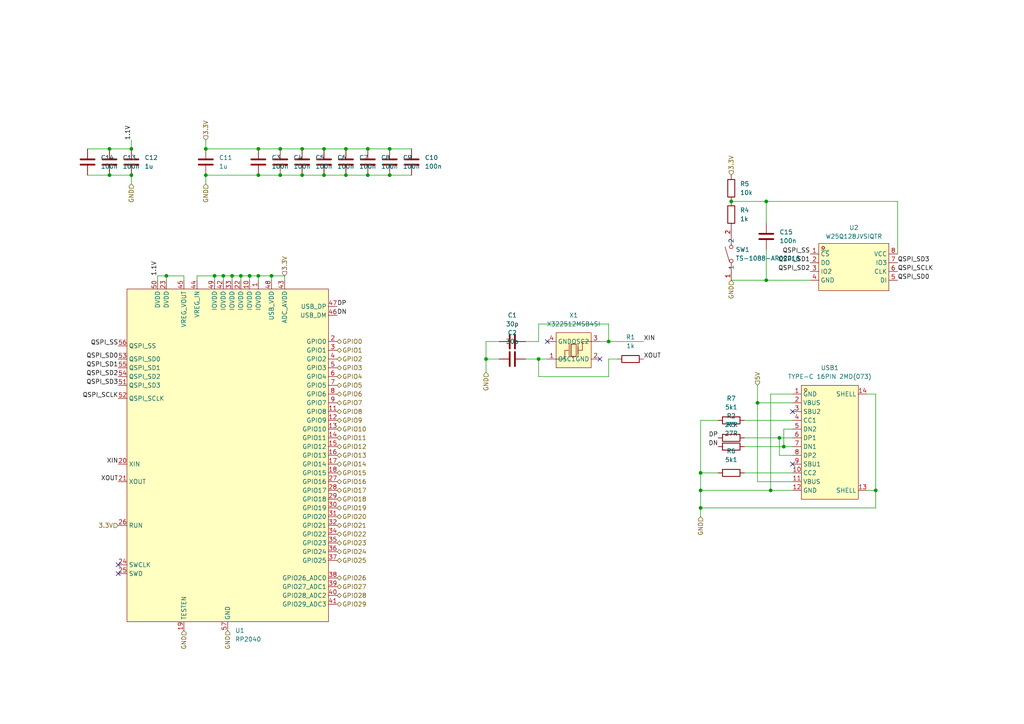
<source format=kicad_sch>
(kicad_sch (version 20250114) (generator "eeschema") (generator_version "9.0")
  (paper "A4")
  (lib_symbols
    (symbol "Device:C" (pin_numbers (hide yes)) (pin_names (offset 0.254))
      (property "Reference" "C" (at 0.635 2.54 0))
      (property "Value" "C" (at 0.635 -2.54 0))
      (symbol "C_0_1"
        (polyline (pts (xy -2.032 0.762) (xy 2.032 0.762)) (stroke (width 0.508)))
        (polyline (pts (xy -2.032 -0.762) (xy 2.032 -0.762)) (stroke (width 0.508)))
      )
      (symbol "C_1_1"
        (pin passive line (at 0 3.81 270) (length 2.794) (name "~") (number "1"))
        (pin passive line (at 0 -3.81 90) (length 2.794) (name "~") (number "2"))
      )
    )
    (symbol "Device:R" (pin_numbers (hide yes)) (pin_names (offset 0))
      (property "Reference" "R" (at 2.032 0 90))
      (property "Value" "R" (at 0 0 90))
      (symbol "R_0_1"
        (rectangle (start -1.016 -2.54) (end 1.016 2.54) (stroke (width 0.254)))
      )
      (symbol "R_1_1"
        (pin passive line (at 0 3.81 270) (length 1.27) (name "~") (number "1"))
        (pin passive line (at 0 -3.81 90) (length 1.27) (name "~") (number "2"))
      )
    )
    (symbol "easyeda2kicad:RP2040"
      (property "Reference" "U" (at 0 58.42 0))
      (property "Value" "RP2040" (at 0 -53.34 0))
      (symbol "RP2040_0_1"
        (rectangle (start -29.21 50.8) (end 29.21 -45.72) (fill (type background)))
        (pin bidirectional line (at -31.75 34.29 0) (length 2.54) (name "QSPI_SS") (number "56"))
        (pin bidirectional line (at -31.75 30.48 0) (length 2.54) (name "QSPI_SD0") (number "53"))
        (pin bidirectional line (at -31.75 27.94 0) (length 2.54) (name "QSPI_SD1") (number "55"))
        (pin bidirectional line (at -31.75 25.4 0) (length 2.54) (name "QSPI_SD2") (number "54"))
        (pin bidirectional line (at -31.75 22.86 0) (length 2.54) (name "QSPI_SD3") (number "51"))
        (pin output line (at -31.75 19.05 0) (length 2.54) (name "QSPI_SCLK") (number "52"))
        (pin input line (at -31.75 0 0) (length 2.54) (name "XIN") (number "20"))
        (pin unspecified line (at -31.75 -5.08 0) (length 2.54) (name "XOUT") (number "21"))
        (pin input line (at -31.75 -17.78 0) (length 2.54) (name "RUN") (number "26"))
        (pin output line (at -31.75 -29.21 0) (length 2.54) (name "SWCLK") (number "24"))
        (pin bidirectional line (at -31.75 -31.75 0) (length 2.54) (name "SWD") (number "25"))
        (pin bidirectional line (at -20.32 53.34 270) (length 2.54) (name "DVDD") (number "50"))
        (pin bidirectional line (at -17.78 53.34 270) (length 2.54) (name "DVDD") (number "23"))
        (pin bidirectional line (at -12.7 53.34 270) (length 2.54) (name "VREG_VOUT") (number "45"))
        (pin unspecified line (at -12.7 -48.26 90) (length 2.54) (name "TESTEN") (number "19"))
        (pin bidirectional line (at -8.89 53.34 270) (length 2.54) (name "VREG_IN") (number "44"))
        (pin bidirectional line (at -3.81 53.34 270) (length 2.54) (name "IOVDD") (number "49"))
        (pin bidirectional line (at -1.27 53.34 270) (length 2.54) (name "IOVDD") (number "42"))
        (pin bidirectional line (at 0 -48.26 90) (length 2.54) (name "GND") (number "57"))
        (pin bidirectional line (at 1.27 53.34 270) (length 2.54) (name "IOVDD") (number "33"))
        (pin bidirectional line (at 3.81 53.34 270) (length 2.54) (name "IOVDD") (number "22"))
        (pin bidirectional line (at 6.35 53.34 270) (length 2.54) (name "IOVDD") (number "10"))
        (pin bidirectional line (at 8.89 53.34 270) (length 2.54) (name "IOVDD") (number "1"))
        (pin bidirectional line (at 12.7 53.34 270) (length 2.54) (name "USB_VDD") (number "48"))
        (pin bidirectional line (at 16.51 53.34 270) (length 2.54) (name "ADC_AVDD") (number "43"))
        (pin bidirectional line (at 31.75 45.72 180) (length 2.54) (name "USB_DP") (number "47"))
        (pin bidirectional line (at 31.75 43.18 180) (length 2.54) (name "USB_DM") (number "46"))
        (pin bidirectional line (at 31.75 35.56 180) (length 2.54) (name "GPIO0") (number "2"))
        (pin bidirectional line (at 31.75 33.02 180) (length 2.54) (name "GPIO1") (number "3"))
        (pin bidirectional line (at 31.75 30.48 180) (length 2.54) (name "GPIO2") (number "4"))
        (pin bidirectional line (at 31.75 27.94 180) (length 2.54) (name "GPIO3") (number "5"))
        (pin bidirectional line (at 31.75 25.4 180) (length 2.54) (name "GPIO4") (number "6"))
        (pin bidirectional line (at 31.75 22.86 180) (length 2.54) (name "GPIO5") (number "7"))
        (pin bidirectional line (at 31.75 20.32 180) (length 2.54) (name "GPIO6") (number "8"))
        (pin bidirectional line (at 31.75 17.78 180) (length 2.54) (name "GPIO7") (number "9"))
        (pin bidirectional line (at 31.75 15.24 180) (length 2.54) (name "GPIO8") (number "11"))
        (pin bidirectional line (at 31.75 12.7 180) (length 2.54) (name "GPIO9") (number "12"))
        (pin bidirectional line (at 31.75 10.16 180) (length 2.54) (name "GPIO10") (number "13"))
        (pin bidirectional line (at 31.75 7.62 180) (length 2.54) (name "GPIO11") (number "14"))
        (pin bidirectional line (at 31.75 5.08 180) (length 2.54) (name "GPIO12") (number "15"))
        (pin bidirectional line (at 31.75 2.54 180) (length 2.54) (name "GPIO13") (number "16"))
        (pin bidirectional line (at 31.75 0 180) (length 2.54) (name "GPIO14") (number "17"))
        (pin bidirectional line (at 31.75 -2.54 180) (length 2.54) (name "GPIO15") (number "18"))
        (pin bidirectional line (at 31.75 -5.08 180) (length 2.54) (name "GPIO16") (number "27"))
        (pin bidirectional line (at 31.75 -7.62 180) (length 2.54) (name "GPIO17") (number "28"))
        (pin bidirectional line (at 31.75 -10.16 180) (length 2.54) (name "GPIO18") (number "29"))
        (pin bidirectional line (at 31.75 -12.7 180) (length 2.54) (name "GPIO19") (number "30"))
        (pin bidirectional line (at 31.75 -15.24 180) (length 2.54) (name "GPIO20") (number "31"))
        (pin bidirectional line (at 31.75 -17.78 180) (length 2.54) (name "GPIO21") (number "32"))
        (pin bidirectional line (at 31.75 -20.32 180) (length 2.54) (name "GPIO22") (number "34"))
        (pin bidirectional line (at 31.75 -22.86 180) (length 2.54) (name "GPIO23") (number "35"))
        (pin bidirectional line (at 31.75 -25.4 180) (length 2.54) (name "GPIO24") (number "36"))
        (pin bidirectional line (at 31.75 -27.94 180) (length 2.54) (name "GPIO25") (number "37"))
        (pin bidirectional line (at 31.75 -33.02 180) (length 2.54) (name "GPIO26_ADC0") (number "38"))
        (pin bidirectional line (at 31.75 -35.56 180) (length 2.54) (name "GPIO27_ADC1") (number "39"))
        (pin bidirectional line (at 31.75 -38.1 180) (length 2.54) (name "GPIO28_ADC2") (number "40"))
        (pin bidirectional line (at 31.75 -40.64 180) (length 2.54) (name "GPIO29_ADC3") (number "41"))
      )
    )
    (symbol "easyeda2kicad:TS-1088-AR02016"
      (property "Reference" "SW" (at 0 5.08 0))
      (property "Value" "TS-1088-AR02016" (at 0 -5.08 0))
      (symbol "TS-1088-AR02016_0_1"
        (polyline (pts (xy -5.08 0) (xy -2.54 0)))
        (polyline (pts (xy -2.29 0.51) (xy 2.03 1.78)))
        (circle (center -2.03 0) (radius 0.51))
        (circle (center 2.03 0) (radius 0.51))
        (polyline (pts (xy 5.08 0) (xy 2.54 0)))
        (pin unspecified line (at -7.62 0 0) (length 2.54) (name "1") (number "1"))
        (pin unspecified line (at 7.62 0 180) (length 2.54) (name "2") (number "2"))
      )
    )
    (symbol "easyeda2kicad:TYPE-C16PIN2MD(073)"
      (property "Reference" "USB" (at 0 19.05 0))
      (property "Value" "TYPE-C 16PIN 2MD(073)" (at 0 -19.05 0))
      (symbol "TYPE-C16PIN2MD(073)_0_1"
        (rectangle (start -8.89 16.51) (end 7.62 -16.51) (fill (type background)))
        (circle (center -7.62 15.24) (radius 0.38))
        (pin unspecified line (at -11.43 13.97 0) (length 2.54) (name "GND") (number "1"))
        (pin unspecified line (at -11.43 11.43 0) (length 2.54) (name "VBUS") (number "2"))
        (pin unspecified line (at -11.43 8.89 0) (length 2.54) (name "SBU2") (number "3"))
        (pin unspecified line (at -11.43 6.35 0) (length 2.54) (name "CC1") (number "4"))
        (pin unspecified line (at -11.43 3.81 0) (length 2.54) (name "DN2") (number "5"))
        (pin unspecified line (at -11.43 1.27 0) (length 2.54) (name "DP1") (number "6"))
        (pin unspecified line (at -11.43 -1.27 0) (length 2.54) (name "DN1") (number "7"))
        (pin unspecified line (at -11.43 -3.81 0) (length 2.54) (name "DP2") (number "8"))
        (pin unspecified line (at -11.43 -6.35 0) (length 2.54) (name "SBU1") (number "9"))
        (pin unspecified line (at -11.43 -8.89 0) (length 2.54) (name "CC2") (number "10"))
        (pin unspecified line (at -11.43 -11.43 0) (length 2.54) (name "VBUS") (number "11"))
        (pin unspecified line (at -11.43 -13.97 0) (length 2.54) (name "GND") (number "12"))
        (pin unspecified line (at 10.16 13.97 180) (length 2.54) (name "SHELL") (number "14"))
        (pin unspecified line (at 10.16 -13.97 180) (length 2.54) (name "SHELL") (number "13"))
      )
    )
    (symbol "easyeda2kicad:W25Q128JVSIQTR"
      (property "Reference" "U" (at 0 8.89 0))
      (property "Value" "W25Q128JVSIQTR" (at 0 -8.89 0))
      (symbol "W25Q128JVSIQTR_0_1"
        (rectangle (start -10.16 6.86) (end 10.16 -6.86) (fill (type background)))
        (circle (center -8.89 5.59) (radius 0.38))
        (circle (center -8.89 5.59) (radius 0.38))
        (pin unspecified line (at -12.7 3.81 0) (length 2.54) (name "~{CS}") (number "1"))
        (pin unspecified line (at -12.7 1.27 0) (length 2.54) (name "DO") (number "2"))
        (pin unspecified line (at -12.7 -1.27 0) (length 2.54) (name "IO2") (number "3"))
        (pin unspecified line (at -12.7 -3.81 0) (length 2.54) (name "GND") (number "4"))
        (pin unspecified line (at 12.7 3.81 180) (length 2.54) (name "VCC") (number "8"))
        (pin unspecified line (at 12.7 1.27 180) (length 2.54) (name "IO3") (number "7"))
        (pin unspecified line (at 12.7 -1.27 180) (length 2.54) (name "CLK") (number "6"))
        (pin unspecified line (at 12.7 -3.81 180) (length 2.54) (name "DI") (number "5"))
      )
    )
    (symbol "easyeda2kicad:X322512MSB4SI"
      (property "Reference" "X" (at 0 7.62 0))
      (property "Value" "X322512MSB4SI" (at 0 -7.62 0))
      (symbol "X322512MSB4SI_0_1"
        (rectangle (start -5.08 5.08) (end 5.08 -5.08) (fill (type background)))
        (polyline (pts (xy -5.08 -2.54) (xy -2.54 -2.54) (xy -2.54 0) (xy -1.52 0)))
        (polyline (pts (xy -1.27 -1.02) (xy -1.27 1.02)))
        (polyline (pts (xy -1.27 -1.78) (xy -1.27 1.78)))
        (polyline (pts (xy -0.76 -1.78) (xy -0.76 1.78) (xy 0.76 1.78) (xy 0.76 -1.78)))
        (polyline (pts (xy 0.76 1.78) (xy 0.76 -1.78) (xy -0.76 -1.78) (xy -0.76 1.78) (xy 0.76 1.78)) (fill (type background)))
        (polyline (pts (xy 0.76 -1.78) (xy -0.76 -1.78)))
        (polyline (pts (xy 1.27 -1.02) (xy 1.27 1.02)))
        (polyline (pts (xy 1.27 -1.78) (xy 1.27 1.78)))
        (polyline (pts (xy 5.08 2.54) (xy 2.54 2.54) (xy 2.54 0) (xy 1.52 0)))
        (pin unspecified line (at -7.62 2.54 0) (length 2.54) (name "GND") (number "4"))
        (pin unspecified line (at -7.62 -2.54 0) (length 2.54) (name "OSC1") (number "1"))
        (pin unspecified line (at 7.62 2.54 180) (length 2.54) (name "OSC2") (number "3"))
        (pin unspecified line (at 7.62 -2.54 180) (length 2.54) (name "GND") (number "2"))
      )
    )
  )
  (junction (at 212.09 58.42))
  (junction (at 74.93 80.01))
  (junction (at 67.31 80.01))
  (junction (at 64.77 80.01))
  (junction (at 87.63 43.18))
  (junction (at 222.25 58.42))
  (junction (at 106.68 43.18))
  (junction (at 48.26 80.01))
  (junction (at 38.1 50.8))
  (junction (at 74.93 43.18))
  (junction (at 227.33 129.54))
  (junction (at 106.68 50.8))
  (junction (at 140.97 104.14))
  (junction (at 223.52 142.24))
  (junction (at 203.2 147.32))
  (junction (at 72.39 80.01))
  (junction (at 78.74 80.01))
  (junction (at 74.93 50.8))
  (junction (at 93.98 43.18))
  (junction (at 31.75 43.18))
  (junction (at 254 142.24))
  (junction (at 222.25 81.28))
  (junction (at 59.69 50.8))
  (junction (at 203.2 137.16))
  (junction (at 31.75 50.8))
  (junction (at 93.98 50.8))
  (junction (at 81.28 43.18))
  (junction (at 59.69 43.18))
  (junction (at 69.85 80.01))
  (junction (at 219.71 116.84))
  (junction (at 81.28 50.8))
  (junction (at 203.2 142.24))
  (junction (at 87.63 50.8))
  (junction (at 38.1 43.18))
  (junction (at 113.03 43.18))
  (junction (at 100.33 43.18))
  (junction (at 226.06 127))
  (junction (at 176.53 99.06))
  (junction (at 156.21 104.14))
  (junction (at 100.33 50.8))
  (junction (at 113.03 50.8))
  (junction (at 62.23 80.01))
  (no_connect (at 34.29 166.37))
  (no_connect (at 34.29 163.83))
  (no_connect (at 229.87 119.38))
  (no_connect (at 229.87 134.62))
  (no_connect (at 173.99 104.14))
  (no_connect (at 158.75 99.06))
  (wire (pts (xy 87.63 50.8) (xy 93.98 50.8)))
  (wire (pts (xy 212.09 81.28) (xy 222.25 81.28)))
  (wire (pts (xy 156.21 99.06) (xy 152.4 99.06)))
  (wire (pts (xy 215.9 127) (xy 226.06 127)))
  (wire (pts (xy 222.25 72.39) (xy 222.25 81.28)))
  (wire (pts (xy 219.71 116.84) (xy 219.71 111.76)))
  (wire (pts (xy 203.2 137.16) (xy 208.28 137.16)))
  (wire (pts (xy 229.87 114.3) (xy 223.52 114.3)))
  (wire (pts (xy 38.1 53.34) (xy 38.1 50.8)))
  (wire (pts (xy 74.93 50.8) (xy 81.28 50.8)))
  (wire (pts (xy 156.21 104.14) (xy 152.4 104.14)))
  (wire (pts (xy 31.75 43.18) (xy 38.1 43.18)))
  (wire (pts (xy 176.53 99.06) (xy 186.69 99.06)))
  (wire (pts (xy 226.06 127) (xy 229.87 127)))
  (wire (pts (xy 208.28 121.92) (xy 203.2 121.92)))
  (wire (pts (xy 222.25 58.42) (xy 222.25 64.77)))
  (wire (pts (xy 53.34 81.28) (xy 53.34 80.01)))
  (wire (pts (xy 179.07 104.14) (xy 176.53 104.14)))
  (wire (pts (xy 67.31 80.01) (xy 67.31 81.28)))
  (wire (pts (xy 176.53 104.14) (xy 176.53 109.22)))
  (wire (pts (xy 78.74 80.01) (xy 82.55 80.01)))
  (wire (pts (xy 62.23 80.01) (xy 64.77 80.01)))
  (wire (pts (xy 81.28 43.18) (xy 87.63 43.18)))
  (wire (pts (xy 203.2 147.32) (xy 203.2 149.86)))
  (wire (pts (xy 229.87 132.08) (xy 226.06 132.08)))
  (wire (pts (xy 156.21 93.98) (xy 176.53 93.98)))
  (wire (pts (xy 251.46 142.24) (xy 254 142.24)))
  (wire (pts (xy 93.98 50.8) (xy 100.33 50.8)))
  (wire (pts (xy 59.69 50.8) (xy 74.93 50.8)))
  (wire (pts (xy 81.28 50.8) (xy 87.63 50.8)))
  (wire (pts (xy 38.1 40.64) (xy 38.1 43.18)))
  (wire (pts (xy 53.34 80.01) (xy 48.26 80.01)))
  (wire (pts (xy 140.97 104.14) (xy 140.97 107.95)))
  (wire (pts (xy 215.9 137.16) (xy 229.87 137.16)))
  (wire (pts (xy 226.06 132.08) (xy 226.06 127)))
  (wire (pts (xy 219.71 116.84) (xy 229.87 116.84)))
  (wire (pts (xy 113.03 43.18) (xy 119.38 43.18)))
  (wire (pts (xy 176.53 93.98) (xy 176.53 99.06)))
  (wire (pts (xy 64.77 80.01) (xy 64.77 81.28)))
  (wire (pts (xy 156.21 104.14) (xy 158.75 104.14)))
  (wire (pts (xy 215.9 121.92) (xy 229.87 121.92)))
  (wire (pts (xy 82.55 80.01) (xy 82.55 81.28)))
  (wire (pts (xy 223.52 114.3) (xy 223.52 142.24)))
  (wire (pts (xy 260.35 73.66) (xy 260.35 58.42)))
  (wire (pts (xy 100.33 43.18) (xy 106.68 43.18)))
  (wire (pts (xy 106.68 50.8) (xy 113.03 50.8)))
  (wire (pts (xy 144.78 104.14) (xy 140.97 104.14)))
  (wire (pts (xy 260.35 58.42) (xy 222.25 58.42)))
  (wire (pts (xy 144.78 99.06) (xy 140.97 99.06)))
  (wire (pts (xy 100.33 50.8) (xy 106.68 50.8)))
  (wire (pts (xy 223.52 142.24) (xy 229.87 142.24)))
  (wire (pts (xy 222.25 58.42) (xy 212.09 58.42)))
  (wire (pts (xy 25.4 43.18) (xy 31.75 43.18)))
  (wire (pts (xy 203.2 121.92) (xy 203.2 137.16)))
  (wire (pts (xy 74.93 80.01) (xy 78.74 80.01)))
  (wire (pts (xy 140.97 99.06) (xy 140.97 104.14)))
  (wire (pts (xy 227.33 124.46) (xy 227.33 129.54)))
  (wire (pts (xy 254 114.3) (xy 254 142.24)))
  (wire (pts (xy 156.21 99.06) (xy 156.21 93.98)))
  (wire (pts (xy 64.77 80.01) (xy 67.31 80.01)))
  (wire (pts (xy 222.25 81.28) (xy 234.95 81.28)))
  (wire (pts (xy 31.75 50.8) (xy 38.1 50.8)))
  (wire (pts (xy 45.72 80.01) (xy 48.26 80.01)))
  (wire (pts (xy 173.99 99.06) (xy 176.53 99.06)))
  (wire (pts (xy 59.69 50.8) (xy 59.69 53.34)))
  (wire (pts (xy 59.69 40.64) (xy 59.69 43.18)))
  (wire (pts (xy 251.46 114.3) (xy 254 114.3)))
  (wire (pts (xy 93.98 43.18) (xy 100.33 43.18)))
  (wire (pts (xy 203.2 142.24) (xy 223.52 142.24)))
  (wire (pts (xy 74.93 80.01) (xy 74.93 81.28)))
  (wire (pts (xy 254 147.32) (xy 203.2 147.32)))
  (wire (pts (xy 203.2 142.24) (xy 203.2 147.32)))
  (wire (pts (xy 57.15 81.28) (xy 57.15 80.01)))
  (wire (pts (xy 87.63 43.18) (xy 93.98 43.18)))
  (wire (pts (xy 215.9 129.54) (xy 227.33 129.54)))
  (wire (pts (xy 25.4 50.8) (xy 31.75 50.8)))
  (wire (pts (xy 229.87 139.7) (xy 219.71 139.7)))
  (wire (pts (xy 57.15 80.01) (xy 62.23 80.01)))
  (wire (pts (xy 69.85 80.01) (xy 69.85 81.28)))
  (wire (pts (xy 69.85 80.01) (xy 72.39 80.01)))
  (wire (pts (xy 176.53 109.22) (xy 156.21 109.22)))
  (wire (pts (xy 67.31 80.01) (xy 69.85 80.01)))
  (wire (pts (xy 113.03 50.8) (xy 119.38 50.8)))
  (wire (pts (xy 72.39 80.01) (xy 72.39 81.28)))
  (wire (pts (xy 254 142.24) (xy 254 147.32)))
  (wire (pts (xy 72.39 80.01) (xy 74.93 80.01)))
  (wire (pts (xy 229.87 124.46) (xy 227.33 124.46)))
  (wire (pts (xy 219.71 139.7) (xy 219.71 116.84)))
  (wire (pts (xy 59.69 43.18) (xy 74.93 43.18)))
  (wire (pts (xy 74.93 43.18) (xy 81.28 43.18)))
  (wire (pts (xy 62.23 80.01) (xy 62.23 81.28)))
  (wire (pts (xy 156.21 109.22) (xy 156.21 104.14)))
  (wire (pts (xy 48.26 80.01) (xy 48.26 81.28)))
  (wire (pts (xy 106.68 43.18) (xy 113.03 43.18)))
  (wire (pts (xy 45.72 80.01) (xy 45.72 81.28)))
  (wire (pts (xy 227.33 129.54) (xy 229.87 129.54)))
  (wire (pts (xy 78.74 80.01) (xy 78.74 81.28)))
  (wire (pts (xy 203.2 137.16) (xy 203.2 142.24)))
  (label "QSPI_SD3" (at 260.35 76.2 0))
  (label "XOUT" (at 34.29 139.7 180))
  (label "QSPI_SCLK" (at 260.35 78.74 0))
  (label "1.1V" (at 38.1 40.64 90))
  (label "QSPI_SS" (at 234.95 73.66 180))
  (label "QSPI_SCLK" (at 34.29 115.57 180))
  (label "QSPI_SS" (at 34.29 100.33 180))
  (label "QSPI_SD1" (at 34.29 106.68 180))
  (label "DP" (at 208.28 127 180))
  (label "DP" (at 97.79 88.9 0))
  (label "DN" (at 208.28 129.54 180))
  (label "XIN" (at 186.69 99.06 0))
  (label "XIN" (at 34.29 134.62 180))
  (label "QSPI_SD0" (at 34.29 104.14 180))
  (label "DN" (at 97.79 91.44 0))
  (label "QSPI_SD0" (at 260.35 81.28 0))
  (label "QSPI_SD1" (at 234.95 76.2 180))
  (label "1.1V" (at 45.72 80.01 90))
  (label "QSPI_SD2" (at 234.95 78.74 180))
  (label "QSPI_SD2" (at 34.29 109.22 180))
  (label "QSPI_SD3" (at 34.29 111.76 180))
  (label "XOUT" (at 186.69 104.14 0))
  (hierarchical_label "GND" (shape input) (at 66.04 182.88 270))
  (hierarchical_label "GPIO20" (shape bidirectional) (at 97.79 149.86 0))
  (hierarchical_label "GPIO2" (shape bidirectional) (at 97.79 104.14 0))
  (hierarchical_label "GPIO15" (shape bidirectional) (at 97.79 137.16 0))
  (hierarchical_label "GND" (shape input) (at 140.97 107.95 270))
  (hierarchical_label "GPIO1" (shape bidirectional) (at 97.79 101.6 0))
  (hierarchical_label "GPIO4" (shape bidirectional) (at 97.79 109.22 0))
  (hierarchical_label "3.3V" (shape input) (at 82.55 80.01 90))
  (hierarchical_label "3.3V" (shape input) (at 212.09 50.8 90))
  (hierarchical_label "GND" (shape input) (at 53.34 182.88 270))
  (hierarchical_label "GPIO5" (shape bidirectional) (at 97.79 111.76 0))
  (hierarchical_label "GPIO14" (shape bidirectional) (at 97.79 134.62 0))
  (hierarchical_label "GPIO23" (shape bidirectional) (at 97.79 157.48 0))
  (hierarchical_label "GPIO22" (shape bidirectional) (at 97.79 154.94 0))
  (hierarchical_label "GPIO29" (shape bidirectional) (at 97.79 175.26 0))
  (hierarchical_label "GPIO28" (shape bidirectional) (at 97.79 172.72 0))
  (hierarchical_label "GPIO16" (shape bidirectional) (at 97.79 139.7 0))
  (hierarchical_label "GPIO10" (shape bidirectional) (at 97.79 124.46 0))
  (hierarchical_label "GND" (shape input) (at 38.1 53.34 270))
  (hierarchical_label "GPIO7" (shape bidirectional) (at 97.79 116.84 0))
  (hierarchical_label "GND" (shape input) (at 212.09 81.28 270))
  (hierarchical_label "GPIO11" (shape bidirectional) (at 97.79 127 0))
  (hierarchical_label "3.3V" (shape input) (at 59.69 40.64 90))
  (hierarchical_label "GPIO17" (shape bidirectional) (at 97.79 142.24 0))
  (hierarchical_label "GPIO13" (shape bidirectional) (at 97.79 132.08 0))
  (hierarchical_label "GPIO27" (shape bidirectional) (at 97.79 170.18 0))
  (hierarchical_label "GPIO21" (shape bidirectional) (at 97.79 152.4 0))
  (hierarchical_label "GPIO6" (shape bidirectional) (at 97.79 114.3 0))
  (hierarchical_label "GPIO18" (shape bidirectional) (at 97.79 144.78 0))
  (hierarchical_label "GND" (shape input) (at 59.69 53.34 270))
  (hierarchical_label "GPIO9" (shape bidirectional) (at 97.79 121.92 0))
  (hierarchical_label "3.3V" (shape input) (at 34.29 152.4 180))
  (hierarchical_label "GND" (shape input) (at 203.2 149.86 270))
  (hierarchical_label "GPIO24" (shape bidirectional) (at 97.79 160.02 0))
  (hierarchical_label "GPIO12" (shape bidirectional) (at 97.79 129.54 0))
  (hierarchical_label "GPIO3" (shape bidirectional) (at 97.79 106.68 0))
  (hierarchical_label "GPIO26" (shape bidirectional) (at 97.79 167.64 0))
  (hierarchical_label "GPIO25" (shape bidirectional) (at 97.79 162.56 0))
  (hierarchical_label "GPIO8" (shape bidirectional) (at 97.79 119.38 0))
  (hierarchical_label "GPIO0" (shape bidirectional) (at 97.79 99.06 0))
  (hierarchical_label "GPIO19" (shape bidirectional) (at 97.79 147.32 0))
  (hierarchical_label "5V" (shape input) (at 219.71 111.76 90))
  (symbol (lib_id "Device:C") (at 222.25 68.58 0) (unit 1)
    (property "Reference" "C15" (at 226.06 67.3099 0) (effects (justify left)))
    (property "Value" "100n" (at 226.06 69.8499 0) (effects (justify left)))
    (property "Footprint" "Capacitor_SMD:C_0603_1608Metric" (effects (hide yes)))
    (property "Description" "Unpolarized capacitor" (effects (hide yes)))
  )
  (symbol (lib_id "Device:R") (at 182.88 104.14 90) (unit 1)
    (property "Reference" "R1" (at 182.88 97.79 90))
    (property "Value" "1k" (at 182.88 100.33 90))
    (property "Footprint" "Resistor_SMD:R_0603_1608Metric" (effects (hide yes)))
    (property "Description" "Resistor" (effects (hide yes)))
  )
  (symbol (lib_id "Device:C") (at 93.98 46.99 0) (unit 1)
    (property "Reference" "C6" (at 97.79 45.7199 0) (effects (justify left)))
    (property "Value" "100n" (at 97.79 48.2599 0) (effects (justify left)))
    (property "Footprint" "Capacitor_SMD:C_0603_1608Metric" (effects (hide yes)))
    (property "Description" "Unpolarized capacitor" (effects (hide yes)))
  )
  (symbol (lib_id "Device:R") (at 212.09 54.61 0) (unit 1)
    (property "Reference" "R5" (at 214.63 53.3399 0) (effects (justify left)))
    (property "Value" "10k" (at 214.63 55.8799 0) (effects (justify left)))
    (property "Footprint" "Resistor_SMD:R_0603_1608Metric" (effects (hide yes)))
    (property "Description" "Resistor" (effects (hide yes)))
  )
  (symbol (lib_id "Device:R") (at 212.09 127 90) (unit 1)
    (property "Reference" "R2" (at 212.09 120.65 90))
    (property "Value" "27R" (at 212.09 123.19 90))
    (property "Footprint" "Resistor_SMD:R_0603_1608Metric" (effects (hide yes)))
    (property "Description" "Resistor" (effects (hide yes)))
  )
  (symbol (lib_id "Device:R") (at 212.09 62.23 0) (unit 1)
    (property "Reference" "R4" (at 214.63 60.9599 0) (effects (justify left)))
    (property "Value" "1k" (at 214.63 63.4999 0) (effects (justify left)))
    (property "Footprint" "Resistor_SMD:R_0603_1608Metric" (effects (hide yes)))
    (property "Description" "Resistor" (effects (hide yes)))
  )
  (symbol (lib_id "Device:C") (at 81.28 46.99 0) (unit 1)
    (property "Reference" "C4" (at 85.09 45.7199 0) (effects (justify left)))
    (property "Value" "100n" (at 85.09 48.2599 0) (effects (justify left)))
    (property "Footprint" "Capacitor_SMD:C_0603_1608Metric" (effects (hide yes)))
    (property "Description" "Unpolarized capacitor" (effects (hide yes)))
  )
  (symbol (lib_id "Device:C") (at 87.63 46.99 0) (unit 1)
    (property "Reference" "C5" (at 91.44 45.7199 0) (effects (justify left)))
    (property "Value" "100n" (at 91.44 48.2599 0) (effects (justify left)))
    (property "Footprint" "Capacitor_SMD:C_0603_1608Metric" (effects (hide yes)))
    (property "Description" "Unpolarized capacitor" (effects (hide yes)))
  )
  (symbol (lib_id "Device:C") (at 59.69 46.99 0) (unit 1)
    (property "Reference" "C11" (at 63.5 45.7199 0) (effects (justify left)))
    (property "Value" "1u" (at 63.5 48.2599 0) (effects (justify left)))
    (property "Footprint" "Capacitor_SMD:C_0603_1608Metric" (effects (hide yes)))
    (property "Description" "Unpolarized capacitor" (effects (hide yes)))
  )
  (symbol (lib_id "Device:R") (at 212.09 121.92 90) (unit 1)
    (property "Reference" "R7" (at 212.09 115.57 90))
    (property "Value" "5k1" (at 212.09 118.11 90))
    (property "Footprint" "Resistor_SMD:R_0603_1608Metric" (effects (hide yes)))
    (property "Description" "Resistor" (effects (hide yes)))
  )
  (symbol (lib_id "easyeda2kicad:W25Q128JVSIQTR") (at 247.65 77.47 0) (unit 1)
    (property "Reference" "U2" (at 247.65 66.04 0))
    (property "Value" "W25Q128JVSIQTR" (at 247.65 68.58 0))
    (property "Footprint" "easyeda2kicad:SOIC-8_L5.3-W5.3-P1.27-LS8.0-BL" (effects (hide yes)))
    (property "Datasheet" "https://lcsc.com/product-detail/FLASH_W25Q128JVSIQTR_C97521.html" (effects (hide yes)))
    (property "LCSC Part" "C97521" (effects (hide yes)))
  )
  (symbol (lib_id "Device:R") (at 212.09 137.16 90) (unit 1)
    (property "Reference" "R6" (at 212.09 130.81 90))
    (property "Value" "5k1" (at 212.09 133.35 90))
    (property "Footprint" "Resistor_SMD:R_0603_1608Metric" (effects (hide yes)))
    (property "Description" "Resistor" (effects (hide yes)))
  )
  (symbol (lib_id "Device:C") (at 106.68 46.99 0) (unit 1)
    (property "Reference" "C8" (at 110.49 45.7199 0) (effects (justify left)))
    (property "Value" "100n" (at 110.49 48.2599 0) (effects (justify left)))
    (property "Footprint" "Capacitor_SMD:C_0603_1608Metric" (effects (hide yes)))
    (property "Description" "Unpolarized capacitor" (effects (hide yes)))
  )
  (symbol (lib_id "Device:C") (at 31.75 46.99 0) (unit 1)
    (property "Reference" "C13" (at 35.56 45.7199 0) (effects (justify left)))
    (property "Value" "100n" (at 35.56 48.2599 0) (effects (justify left)))
    (property "Footprint" "Capacitor_SMD:C_0603_1608Metric" (effects (hide yes)))
    (property "Description" "Unpolarized capacitor" (effects (hide yes)))
  )
  (symbol (lib_id "Device:C") (at 25.4 46.99 0) (unit 1)
    (property "Reference" "C14" (at 29.21 45.7199 0) (effects (justify left)))
    (property "Value" "100n" (at 29.21 48.2599 0) (effects (justify left)))
    (property "Footprint" "Capacitor_SMD:C_0603_1608Metric" (effects (hide yes)))
    (property "Description" "Unpolarized capacitor" (effects (hide yes)))
  )
  (symbol (lib_id "Device:C") (at 119.38 46.99 0) (unit 1)
    (property "Reference" "C10" (at 123.19 45.7199 0) (effects (justify left)))
    (property "Value" "100n" (at 123.19 48.2599 0) (effects (justify left)))
    (property "Footprint" "Capacitor_SMD:C_0603_1608Metric" (effects (hide yes)))
    (property "Description" "Unpolarized capacitor" (effects (hide yes)))
  )
  (symbol (lib_id "easyeda2kicad:RP2040") (at 66.04 134.62 0) (unit 1)
    (property "Reference" "U1" (at 68.1833 182.88 0) (effects (justify left)))
    (property "Value" "RP2040" (at 68.1833 185.42 0) (effects (justify left)))
    (property "Footprint" "easyeda2kicad:LQFN-56_L7.0-W7.0-P0.4-EP" (effects (hide yes)))
    (property "LCSC Part" "C2040" (effects (hide yes)))
  )
  (symbol (lib_id "Device:C") (at 148.59 104.14 90) (unit 1)
    (property "Reference" "C2" (at 148.59 96.52 90))
    (property "Value" "30p" (at 148.59 99.06 90))
    (property "Footprint" "Capacitor_SMD:C_0603_1608Metric" (effects (hide yes)))
    (property "Description" "Unpolarized capacitor" (effects (hide yes)))
  )
  (symbol (lib_id "Device:C") (at 38.1 46.99 0) (unit 1)
    (property "Reference" "C12" (at 41.91 45.7199 0) (effects (justify left)))
    (property "Value" "1u" (at 41.91 48.2599 0) (effects (justify left)))
    (property "Footprint" "Capacitor_SMD:C_0603_1608Metric" (effects (hide yes)))
    (property "Description" "Unpolarized capacitor" (effects (hide yes)))
  )
  (symbol (lib_id "easyeda2kicad:TS-1088-AR02016") (at 212.09 73.66 90) (unit 1)
    (property "Reference" "SW1" (at 213.36 72.3899 90) (effects (justify right)))
    (property "Value" "TS-1088-AR02016" (at 213.36 74.9299 90) (effects (justify right)))
    (property "Footprint" "easyeda2kicad:SW-SMD_L3.9-W3.0-P4.45" (effects (hide yes)))
    (property "Datasheet" "https://lcsc.com/product-detail/Tactile-Switches_XUNPU-TS-1088-AR02016_C720477.html" (effects (hide yes)))
    (property "LCSC Part" "C720477" (effects (hide yes)))
  )
  (symbol (lib_id "Device:R") (at 212.09 129.54 90) (unit 1)
    (property "Reference" "R3" (at 212.09 123.19 90))
    (property "Value" "27R" (at 212.09 125.73 90))
    (property "Footprint" "Resistor_SMD:R_0603_1608Metric" (effects (hide yes)))
    (property "Description" "Resistor" (effects (hide yes)))
  )
  (symbol (lib_id "easyeda2kicad:TYPE-C16PIN2MD(073)") (at 241.3 128.27 0) (unit 1)
    (property "Reference" "USB1" (at 240.665 106.68 0))
    (property "Value" "TYPE-C 16PIN 2MD(073)" (at 240.665 109.22 0))
    (property "Footprint" "easyeda2kicad:USB-C-SMD_TYPE-C-6PIN-2MD-073" (effects (hide yes)))
    (property "LCSC Part" "C2765186" (effects (hide yes)))
  )
  (symbol (lib_id "Device:C") (at 74.93 46.99 0) (unit 1)
    (property "Reference" "C3" (at 78.74 45.7199 0) (effects (justify left)))
    (property "Value" "100n" (at 78.74 48.2599 0) (effects (justify left)))
    (property "Footprint" "Capacitor_SMD:C_0603_1608Metric" (effects (hide yes)))
    (property "Description" "Unpolarized capacitor" (effects (hide yes)))
  )
  (symbol (lib_id "Device:C") (at 113.03 46.99 0) (unit 1)
    (property "Reference" "C9" (at 116.84 45.7199 0) (effects (justify left)))
    (property "Value" "100n" (at 116.84 48.2599 0) (effects (justify left)))
    (property "Footprint" "Capacitor_SMD:C_0603_1608Metric" (effects (hide yes)))
    (property "Description" "Unpolarized capacitor" (effects (hide yes)))
  )
  (symbol (lib_id "Device:C") (at 100.33 46.99 0) (unit 1)
    (property "Reference" "C7" (at 104.14 45.7199 0) (effects (justify left)))
    (property "Value" "100n" (at 104.14 48.2599 0) (effects (justify left)))
    (property "Footprint" "Capacitor_SMD:C_0603_1608Metric" (effects (hide yes)))
    (property "Description" "Unpolarized capacitor" (effects (hide yes)))
  )
  (symbol (lib_id "Device:C") (at 148.59 99.06 90) (unit 1)
    (property "Reference" "C1" (at 148.59 91.44 90))
    (property "Value" "30p" (at 148.59 93.98 90))
    (property "Footprint" "Capacitor_SMD:C_0603_1608Metric" (effects (hide yes)))
    (property "Description" "Unpolarized capacitor" (effects (hide yes)))
  )
  (symbol (lib_id "easyeda2kicad:X322512MSB4SI") (at 166.37 101.6 0) (unit 1)
    (property "Reference" "X1" (at 166.37 91.44 0))
    (property "Value" "X322512MSB4SI" (at 166.37 93.98 0))
    (property "Footprint" "easyeda2kicad:CRYSTAL-SMD_4P-L3.2-W2.5-BL" (effects (hide yes)))
    (property "Datasheet" "https://lcsc.com/product-detail/SMD-Crystals_YSX321SL-12MHZ-20PF-10PPM-40-85_C9002.html" (effects (hide yes)))
    (property "LCSC Part" "C9002" (effects (hide yes)))
  )
)
</source>
